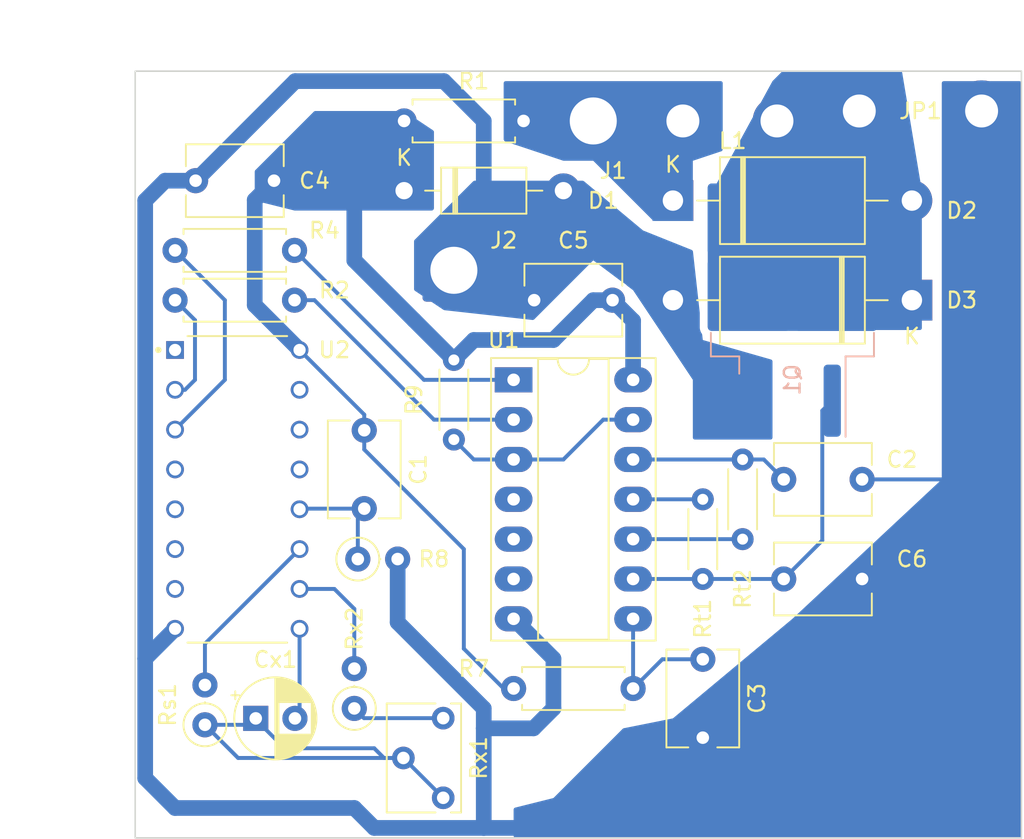
<source format=kicad_pcb>
(kicad_pcb (version 20221018) (generator pcbnew)
  (layers (0 "F.Cu" signal) (31 "B.Cu" signal) (34 "B.Paste" user) (35 "F.Paste" user) (36 "B.SilkS" user "B.Silkscreen") (37 "F.SilkS" user "F.Silkscreen") (38 "B.Mask" user) (39 "F.Mask" user) (44 "Edge.Cuts" user))
  (net 0 "")
  (net 1 "GND")
  (net 2 "VCC")
  (net 3 "/COUNTER_RESET")
  (net 4 "/TRIGGER_SET")
  (net 5 "/TRIGGER_RESET")
  (net 6 "Net-(Cx1-Pad1)")
  (net 7 "Net-(U2-(PHI)O)")
  (net 8 "+BATT")
  (net 9 "Net-(D2-A2)")
  (net 10 "Net-(U2-Q13)")
  (net 11 "Net-(R2-Pad2)")
  (net 12 "Net-(U2-Q14)")
  (net 13 "Net-(R4-Pad2)")
  (net 14 "/TRIGGER_OUT")
  (net 15 "Net-(U2-(PHI)I)")
  (net 16 "Net-(U2-~{(PHI})O~{})")
  (net 17 "Net-(C2-Pad1)")
  (net 29 "Net-(Rt1-Pad2)")
  (net 30 "Net-(Rt2-Pad2)")
  (net 31 "Net-(Rx1-Pad3)")
  (footprint "Capacitor_THT:C_Disc_D6.0mm_W4.4mm_P5.00mm" (layer "F.Cu") (at 104.775 70.525 -90)
    (fp_text reference "C1" (at 2.5 -3.45 90) (layer "F.SilkS"))
    (fp_text value "22nF")
    (fp_line (start -0.62 -2.321) (end -0.62 -0.925) (stroke (width 0.12)) (layer "F.SilkS"))
    (fp_line (start -0.62 -2.321) (end 5.62 -2.321) (stroke (width 0.12)) (layer "F.SilkS"))
    (fp_line (start -0.62 0.925) (end -0.62 2.321) (stroke (width 0.12)) (layer "F.SilkS"))
    (fp_line (start -0.62 2.321) (end 5.62 2.321) (stroke (width 0.12)) (layer "F.SilkS"))
    (fp_line (start 5.62 -2.321) (end 5.62 -0.925) (stroke (width 0.12)) (layer "F.SilkS"))
    (fp_line (start 5.62 0.925) (end 5.62 2.321) (stroke (width 0.12)) (layer "F.SilkS"))
    (pad "1" thru_hole circle (at 0 0 270) (size 1.6 1.6) (drill 0.8) (layers "*.Cu" "*.Mask") (net 2 "VCC"))
    (pad "2" thru_hole circle (at 5 0 270) (size 1.6 1.6) (drill 0.8) (layers "*.Cu" "*.Mask") (net 3 "/COUNTER_RESET"))
  )
  (footprint "Resistor_THT:R_Axial_DIN0204_L3.6mm_D1.6mm_P5.08mm_Horizontal" (layer "F.Cu") (at 110.49 66.04 -90)
    (fp_text reference "R9" (at 2.54 2.54 90) (layer "F.SilkS"))
    (fp_text value "5.1k")
    (fp_line (start 0.62 -0.92) (end 4.46 -0.92) (stroke (width 0.12)) (layer "F.SilkS"))
    (fp_line (start 0.62 0.92) (end 4.46 0.92) (stroke (width 0.12)) (layer "F.SilkS"))
    (pad "1" thru_hole circle (at 0 0 270) (size 1.4 1.4) (drill 0.7) (layers "*.Cu" "*.Mask") (net 2 "VCC"))
    (pad "2" thru_hole oval (at 5.08 0 270) (size 1.4 1.4) (drill 0.7) (layers "*.Cu" "*.Mask") (net 4 "/TRIGGER_SET"))
  )
  (footprint "Capacitor_THT:C_Disc_D6.0mm_W4.4mm_P5.00mm" (layer "F.Cu") (at 131.525 73.66)
    (fp_text reference "C2" (at 7.54 -1.27) (layer "F.SilkS"))
    (fp_text value "22nF")
    (fp_line (start -0.62 -2.321) (end -0.62 -0.925) (stroke (width 0.12)) (layer "F.SilkS"))
    (fp_line (start -0.62 -2.321) (end 5.62 -2.321) (stroke (width 0.12)) (layer "F.SilkS"))
    (fp_line (start -0.62 0.925) (end -0.62 2.321) (stroke (width 0.12)) (layer "F.SilkS"))
    (fp_line (start -0.62 2.321) (end 5.62 2.321) (stroke (width 0.12)) (layer "F.SilkS"))
    (fp_line (start 5.62 -2.321) (end 5.62 -0.925) (stroke (width 0.12)) (layer "F.SilkS"))
    (fp_line (start 5.62 0.925) (end 5.62 2.321) (stroke (width 0.12)) (layer "F.SilkS"))
    (pad "1" thru_hole circle (at 0 0) (size 1.6 1.6) (drill 0.8) (layers "*.Cu" "*.Mask") (net 17 "Net-(C2-Pad1)"))
    (pad "2" thru_hole circle (at 5 0) (size 1.6 1.6) (drill 0.8) (layers "*.Cu" "*.Mask") (net 1 "GND"))
  )
  (footprint "Potentiometer_THT:Potentiometer_Bourns_3266W_Vertical" (layer "F.Cu") (at 109.81 93.965 -90)
    (fp_text reference "Rx1" (at -2.54 -2.27 -270) (layer "F.SilkS"))
    (fp_text value "5k")
    (fp_line (start -6.015 -1.14) (end -6.015 -0.495) (stroke (width 0.12)) (layer "F.SilkS"))
    (fp_line (start -6.015 -1.14) (end 0.935 -1.14) (stroke (width 0.12)) (layer "F.SilkS"))
    (fp_line (start -6.015 0.495) (end -6.015 3.6) (stroke (width 0.12)) (layer "F.SilkS"))
    (fp_line (start -6.015 3.6) (end 0.935 3.6) (stroke (width 0.12)) (layer "F.SilkS"))
    (fp_line (start 0.935 -1.14) (end 0.935 -0.495) (stroke (width 0.12)) (layer "F.SilkS"))
    (fp_line (start 0.935 0.495) (end 0.935 3.6) (stroke (width 0.12)) (layer "F.SilkS"))
    (pad "1" thru_hole circle (at 0 0 270) (size 1.44 1.44) (drill 0.8) (layers "*.Cu" "*.Mask") (net 6 "Net-(Cx1-Pad1)"))
    (pad "2" thru_hole circle (at -2.54 2.54 270) (size 1.44 1.44) (drill 0.8) (layers "*.Cu" "*.Mask") (net 6 "Net-(Cx1-Pad1)"))
    (pad "3" thru_hole circle (at -5.08 0 270) (size 1.44 1.44) (drill 0.8) (layers "*.Cu" "*.Mask") (net 31 "Net-(Rx1-Pad3)"))
  )
  (footprint "Connector_Wire:SolderWire-2.5sqmm_1x01_D2.4mm_OD3.6mm" (layer "F.Cu") (at 119.38 50.8)
    (fp_text reference "J1" (at 1.27 3.175) (layer "F.SilkS"))
    (fp_text value "~")
    (pad "1" thru_hole roundrect (at 0 0) (size 4 4) (drill 3) (layers "*.Cu" "*.Mask") (roundrect_rratio 0.0625) (net 8 "+BATT"))
  )
  (footprint "Resistor_THT:R_Axial_DIN0207_L6.3mm_D2.5mm_P7.62mm_Horizontal" (layer "F.Cu") (at 114.3 86.995)
    (fp_text reference "R7" (at -2.54 -1.27) (layer "F.SilkS"))
    (fp_text value "5.1k")
    (fp_line (start 0.54 -1.37) (end 7.08 -1.37) (stroke (width 0.12)) (layer "F.SilkS"))
    (fp_line (start 0.54 -1.04) (end 0.54 -1.37) (stroke (width 0.12)) (layer "F.SilkS"))
    (fp_line (start 0.54 1.04) (end 0.54 1.37) (stroke (width 0.12)) (layer "F.SilkS"))
    (fp_line (start 0.54 1.37) (end 7.08 1.37) (stroke (width 0.12)) (layer "F.SilkS"))
    (fp_line (start 7.08 -1.37) (end 7.08 -1.04) (stroke (width 0.12)) (layer "F.SilkS"))
    (fp_line (start 7.08 1.37) (end 7.08 1.04) (stroke (width 0.12)) (layer "F.SilkS"))
    (pad "1" thru_hole circle (at 0 0) (size 1.6 1.6) (drill 0.8) (layers "*.Cu" "*.Mask") (net 2 "VCC"))
    (pad "2" thru_hole oval (at 7.62 0) (size 1.6 1.6) (drill 0.8) (layers "*.Cu" "*.Mask") (net 5 "/TRIGGER_RESET"))
  )
  (footprint "LIB:DIP794W45P254L1969H508Q16" (layer "F.Cu") (at 96.68 74.295)
    (fp_text reference "U2" (at 6.19 -8.89) (layer "F.SilkS"))
    (fp_text value "CD4060BE")
    (fp_line (start -3.175 -9.775) (end 3.175 -9.775) (stroke (width 0.127)) (layer "F.SilkS"))
    (fp_line (start -3.175 9.775) (end 3.175 9.775) (stroke (width 0.127)) (layer "F.SilkS"))
    (fp_circle (center -5.035 -8.89) (end -4.935 -8.89) (stroke (width 0.2)) (fill none) (layer "F.SilkS"))
    (pad "1" thru_hole rect (at -3.97 -8.89) (size 1.13 1.13) (drill 0.78) (layers "*.Cu" "*.Mask"))
    (pad "2" thru_hole circle (at -3.97 -6.35) (size 1.13 1.13) (drill 0.78) (layers "*.Cu" "*.Mask") (net 10 "Net-(U2-Q13)"))
    (pad "3" thru_hole circle (at -3.97 -3.81) (size 1.13 1.13) (drill 0.78) (layers "*.Cu" "*.Mask") (net 12 "Net-(U2-Q14)"))
    (pad "4" thru_hole circle (at -3.97 -1.27) (size 1.13 1.13) (drill 0.78) (layers "*.Cu" "*.Mask"))
    (pad "5" thru_hole circle (at -3.97 1.27) (size 1.13 1.13) (drill 0.78) (layers "*.Cu" "*.Mask"))
    (pad "6" thru_hole circle (at -3.97 3.81) (size 1.13 1.13) (drill 0.78) (layers "*.Cu" "*.Mask"))
    (pad "7" thru_hole circle (at -3.97 6.35) (size 1.13 1.13) (drill 0.78) (layers "*.Cu" "*.Mask"))
    (pad "8" thru_hole circle (at -3.97 8.89) (size 1.13 1.13) (drill 0.78) (layers "*.Cu" "*.Mask") (net 1 "GND"))
    (pad "9" thru_hole circle (at 3.97 8.89) (size 1.13 1.13) (drill 0.78) (layers "*.Cu" "*.Mask") (net 7 "Net-(U2-(PHI)O)"))
    (pad "10" thru_hole circle (at 3.97 6.35) (size 1.13 1.13) (drill 0.78) (layers "*.Cu" "*.Mask") (net 16 "Net-(U2-~{(PHI})O~{})"))
    (pad "11" thru_hole circle (at 3.97 3.81) (size 1.13 1.13) (drill 0.78) (layers "*.Cu" "*.Mask") (net 15 "Net-(U2-(PHI)I)"))
    (pad "12" thru_hole circle (at 3.97 1.27) (size 1.13 1.13) (drill 0.78) (layers "*.Cu" "*.Mask") (net 3 "/COUNTER_RESET"))
    (pad "13" thru_hole circle (at 3.97 -1.27) (size 1.13 1.13) (drill 0.78) (layers "*.Cu" "*.Mask"))
    (pad "14" thru_hole circle (at 3.97 -3.81) (size 1.13 1.13) (drill 0.78) (layers "*.Cu" "*.Mask"))
    (pad "15" thru_hole circle (at 3.97 -6.35) (size 1.13 1.13) (drill 0.78) (layers "*.Cu" "*.Mask"))
    (pad "16" thru_hole circle (at 3.97 -8.89) (size 1.13 1.13) (drill 0.78) (layers "*.Cu" "*.Mask") (net 2 "VCC"))
  )
  (footprint "Resistor_THT:R_Axial_DIN0204_L3.6mm_D1.6mm_P5.08mm_Horizontal" (layer "F.Cu") (at 126.365 80.01 90)
    (fp_text reference "Rt1" (at -2.54 0 90) (layer "F.SilkS"))
    (fp_text value "5.1k")
    (fp_line (start 0.62 -0.92) (end 4.46 -0.92) (stroke (width 0.12)) (layer "F.SilkS"))
    (fp_line (start 0.62 0.92) (end 4.46 0.92) (stroke (width 0.12)) (layer "F.SilkS"))
    (pad "1" thru_hole circle (at 0 0 90) (size 1.4 1.4) (drill 0.7) (layers "*.Cu" "*.Mask") (net 14 "/TRIGGER_OUT"))
    (pad "2" thru_hole oval (at 5.08 0 90) (size 1.4 1.4) (drill 0.7) (layers "*.Cu" "*.Mask") (net 29 "Net-(Rt1-Pad2)"))
  )
  (footprint "Capacitor_THT:C_Disc_D6.0mm_W4.4mm_P5.00mm" (layer "F.Cu") (at 131.525 80.01)
    (fp_text reference "C6" (at 8.175 -1.27) (layer "F.SilkS"))
    (fp_text value "22nF")
    (fp_line (start -0.62 -2.321) (end -0.62 -0.925) (stroke (width 0.12)) (layer "F.SilkS"))
    (fp_line (start -0.62 -2.321) (end 5.62 -2.321) (stroke (width 0.12)) (layer "F.SilkS"))
    (fp_line (start -0.62 0.925) (end -0.62 2.321) (stroke (width 0.12)) (layer "F.SilkS"))
    (fp_line (start -0.62 2.321) (end 5.62 2.321) (stroke (width 0.12)) (layer "F.SilkS"))
    (fp_line (start 5.62 -2.321) (end 5.62 -0.925) (stroke (width 0.12)) (layer "F.SilkS"))
    (fp_line (start 5.62 0.925) (end 5.62 2.321) (stroke (width 0.12)) (layer "F.SilkS"))
    (pad "1" thru_hole circle (at 0 0) (size 1.6 1.6) (drill 0.8) (layers "*.Cu" "*.Mask") (net 14 "/TRIGGER_OUT"))
    (pad "2" thru_hole circle (at 5 0) (size 1.6 1.6) (drill 0.8) (layers "*.Cu" "*.Mask") (net 1 "GND"))
  )
  (footprint "Resistor_THT:R_Axial_DIN0207_L6.3mm_D2.5mm_P7.62mm_Horizontal" (layer "F.Cu") (at 92.71 62.23)
    (fp_text reference "R2" (at 10.16 -0.635) (layer "F.SilkS"))
    (fp_text value "51k")
    (fp_line (start 0.54 -1.37) (end 7.08 -1.37) (stroke (width 0.12)) (layer "F.SilkS"))
    (fp_line (start 0.54 -1.04) (end 0.54 -1.37) (stroke (width 0.12)) (layer "F.SilkS"))
    (fp_line (start 0.54 1.04) (end 0.54 1.37) (stroke (width 0.12)) (layer "F.SilkS"))
    (fp_line (start 0.54 1.37) (end 7.08 1.37) (stroke (width 0.12)) (layer "F.SilkS"))
    (fp_line (start 7.08 -1.37) (end 7.08 -1.04) (stroke (width 0.12)) (layer "F.SilkS"))
    (fp_line (start 7.08 1.37) (end 7.08 1.04) (stroke (width 0.12)) (layer "F.SilkS"))
    (pad "1" thru_hole circle (at 0 0) (size 1.6 1.6) (drill 0.8) (layers "*.Cu" "*.Mask") (net 10 "Net-(U2-Q13)"))
    (pad "2" thru_hole oval (at 7.62 0) (size 1.6 1.6) (drill 0.8) (layers "*.Cu" "*.Mask") (net 11 "Net-(R2-Pad2)"))
  )
  (footprint "Capacitor_THT:C_Disc_D6.0mm_W4.4mm_P5.00mm" (layer "F.Cu") (at 120.61 62.23 180)
    (fp_text reference "C5" (at 2.5 3.81) (layer "F.SilkS"))
    (fp_text value "0.1u")
    (fp_line (start -0.62 -2.321) (end -0.62 -0.925) (stroke (width 0.12)) (layer "F.SilkS"))
    (fp_line (start -0.62 -2.321) (end 5.62 -2.321) (stroke (width 0.12)) (layer "F.SilkS"))
    (fp_line (start -0.62 0.925) (end -0.62 2.321) (stroke (width 0.12)) (layer "F.SilkS"))
    (fp_line (start -0.62 2.321) (end 5.62 2.321) (stroke (width 0.12)) (layer "F.SilkS"))
    (fp_line (start 5.62 -2.321) (end 5.62 -0.925) (stroke (width 0.12)) (layer "F.SilkS"))
    (fp_line (start 5.62 0.925) (end 5.62 2.321) (stroke (width 0.12)) (layer "F.SilkS"))
    (pad "1" thru_hole circle (at 0 0 180) (size 1.6 1.6) (drill 0.8) (layers "*.Cu" "*.Mask") (net 2 "VCC"))
    (pad "2" thru_hole circle (at 5 0 180) (size 1.6 1.6) (drill 0.8) (layers "*.Cu" "*.Mask") (net 1 "GND"))
  )
  (footprint "Resistor_THT:R_Axial_DIN0207_L6.3mm_D2.5mm_P2.54mm_Vertical" (layer "F.Cu") (at 94.615 89.310001 90)
    (fp_text reference "Rs1" (at 1.27 -2.37 90) (layer "F.SilkS"))
    (fp_text value "(2..10) * Rx")
    (fp_line (start 1.37 0) (end 1.44 0) (stroke (width 0.12)) (layer "F.SilkS"))
    (fp_circle (center 0 0) (end 1.37 0) (stroke (width 0.12)) (fill none) (layer "F.SilkS"))
    (pad "1" thru_hole circle (at 0 0 90) (size 1.6 1.6) (drill 0.8) (layers "*.Cu" "*.Mask") (net 6 "Net-(Cx1-Pad1)"))
    (pad "2" thru_hole oval (at 2.54 0 90) (size 1.6 1.6) (drill 0.8) (layers "*.Cu" "*.Mask") (net 15 "Net-(U2-(PHI)I)"))
  )
  (footprint "Diode_THT:D_DO-201AE_P15.24mm_Horizontal" (layer "F.Cu") (at 139.7 62.23 180)
    (fp_text reference "D3" (at -3.175 0) (layer "F.SilkS"))
    (fp_text value "1.5KExxA")
    (fp_text user "K" (at 0 -2.3) (layer "F.SilkS"))
    (fp_line (start 1.54 0) (end 3 0) (stroke (width 0.12)) (layer "F.SilkS"))
    (fp_line (start 3 -2.77) (end 3 2.77) (stroke (width 0.12)) (layer "F.SilkS"))
    (fp_line (start 3 2.77) (end 12.24 2.77) (stroke (width 0.12)) (layer "F.SilkS"))
    (fp_line (start 4.35 -2.77) (end 4.35 2.77) (stroke (width 0.12)) (layer "F.SilkS"))
    (fp_line (start 4.47 -2.77) (end 4.47 2.77) (stroke (width 0.12)) (layer "F.SilkS"))
    (fp_line (start 4.59 -2.77) (end 4.59 2.77) (stroke (width 0.12)) (layer "F.SilkS"))
    (fp_line (start 12.24 -2.77) (end 3 -2.77) (stroke (width 0.12)) (layer "F.SilkS"))
    (fp_line (start 12.24 2.77) (end 12.24 -2.77) (stroke (width 0.12)) (layer "F.SilkS"))
    (fp_line (start 13.7 0) (end 12.24 0) (stroke (width 0.12)) (layer "F.SilkS"))
    (pad "1" thru_hole rect (at 0 0 180) (size 2.6 2.6) (drill 1.3) (layers "*.Cu" "*.Mask") (net 9 "Net-(D2-A2)"))
    (pad "2" thru_hole oval (at 15.24 0 180) (size 2.6 2.6) (drill 1.3) (layers "*.Cu" "*.Mask") (net 1 "GND"))
  )
  (footprint "Resistor_THT:R_Axial_DIN0207_L6.3mm_D2.5mm_P7.62mm_Horizontal" (layer "F.Cu") (at 114.935 50.8 180)
    (fp_text reference "R1" (at 3.175 2.54) (layer "F.SilkS"))
    (fp_text value "150, 0.25W")
    (fp_line (start 0.54 -1.37) (end 7.08 -1.37) (stroke (width 0.12)) (layer "F.SilkS"))
    (fp_line (start 0.54 -1.04) (end 0.54 -1.37) (stroke (width 0.12)) (layer "F.SilkS"))
    (fp_line (start 0.54 1.04) (end 0.54 1.37) (stroke (width 0.12)) (layer "F.SilkS"))
    (fp_line (start 0.54 1.37) (end 7.08 1.37) (stroke (width 0.12)) (layer "F.SilkS"))
    (fp_line (start 7.08 -1.37) (end 7.08 -1.04) (stroke (width 0.12)) (layer "F.SilkS"))
    (fp_line (start 7.08 1.37) (end 7.08 1.04) (stroke (width 0.12)) (layer "F.SilkS"))
    (pad "1" thru_hole circle (at 0 0 180) (size 1.6 1.6) (drill 0.8) (layers "*.Cu" "*.Mask") (net 8 "+BATT"))
    (pad "2" thru_hole oval (at 7.62 0 180) (size 1.6 1.6) (drill 0.8) (layers "*.Cu" "*.Mask") (net 2 "VCC"))
  )
  (footprint "Diode_THT:D_DO-41_SOD81_P10.16mm_Horizontal" (layer "F.Cu") (at 107.315 55.245)
    (fp_text reference "D1" (at 12.7 0.635) (layer "F.SilkS"))
    (fp_text value "1N4740A")
    (fp_text user "K" (at 0 -2.1) (layer "F.SilkS"))
    (fp_line (start 1.34 0) (end 2.36 0) (stroke (width 0.12)) (layer "F.SilkS"))
    (fp_line (start 2.36 -1.47) (end 2.36 1.47) (stroke (width 0.12)) (layer "F.SilkS"))
    (fp_line (start 2.36 1.47) (end 7.8 1.47) (stroke (width 0.12)) (layer "F.SilkS"))
    (fp_line (start 3.14 -1.47) (end 3.14 1.47) (stroke (width 0.12)) (layer "F.SilkS"))
    (fp_line (start 3.26 -1.47) (end 3.26 1.47) (stroke (width 0.12)) (layer "F.SilkS"))
    (fp_line (start 3.38 -1.47) (end 3.38 1.47) (stroke (width 0.12)) (layer "F.SilkS"))
    (fp_line (start 7.8 -1.47) (end 2.36 -1.47) (stroke (width 0.12)) (layer "F.SilkS"))
    (fp_line (start 7.8 1.47) (end 7.8 -1.47) (stroke (width 0.12)) (layer "F.SilkS"))
    (fp_line (start 8.82 0) (end 7.8 0) (stroke (width 0.12)) (layer "F.SilkS"))
    (pad "1" thru_hole rect (at 0 0) (size 2.2 2.2) (drill 1.1) (layers "*.Cu" "*.Mask") (net 2 "VCC"))
    (pad "2" thru_hole oval (at 10.16 0) (size 2.2 2.2) (drill 1.1) (layers "*.Cu" "*.Mask") (net 1 "GND"))
  )
  (footprint "Capacitor_THT:CP_Radial_D5.0mm_P2.50mm" (layer "F.Cu") (at 97.854888 88.9)
    (fp_text reference "Cx1" (at 1.25 -3.75) (layer "F.SilkS"))
    (fp_text value "11nF")
    (fp_line (start -1.554775 -1.475) (end -1.054775 -1.475) (stroke (width 0.12)) (layer "F.SilkS"))
    (fp_line (start -1.304775 -1.725) (end -1.304775 -1.225) (stroke (width 0.12)) (layer "F.SilkS"))
    (fp_line (start 1.25 -2.58) (end 1.25 2.58) (stroke (width 0.12)) (layer "F.SilkS"))
    (fp_line (start 1.29 -2.58) (end 1.29 2.58) (stroke (width 0.12)) (layer "F.SilkS"))
    (fp_line (start 1.33 -2.579) (end 1.33 2.579) (stroke (width 0.12)) (layer "F.SilkS"))
    (fp_line (start 1.37 -2.578) (end 1.37 2.578) (stroke (width 0.12)) (layer "F.SilkS"))
    (fp_line (start 1.41 -2.576) (end 1.41 2.576) (stroke (width 0.12)) (layer "F.SilkS"))
    (fp_line (start 1.45 -2.573) (end 1.45 2.573) (stroke (width 0.12)) (layer "F.SilkS"))
    (fp_line (start 1.49 -2.569) (end 1.49 -1.04) (stroke (width 0.12)) (layer "F.SilkS"))
    (fp_line (start 1.49 1.04) (end 1.49 2.569) (stroke (width 0.12)) (layer "F.SilkS"))
    (fp_line (start 1.53 -2.565) (end 1.53 -1.04) (stroke (width 0.12)) (layer "F.SilkS"))
    (fp_line (start 1.53 1.04) (end 1.53 2.565) (stroke (width 0.12)) (layer "F.SilkS"))
    (fp_line (start 1.57 -2.561) (end 1.57 -1.04) (stroke (width 0.12)) (layer "F.SilkS"))
    (fp_line (start 1.57 1.04) (end 1.57 2.561) (stroke (width 0.12)) (layer "F.SilkS"))
    (fp_line (start 1.61 -2.556) (end 1.61 -1.04) (stroke (width 0.12)) (layer "F.SilkS"))
    (fp_line (start 1.61 1.04) (end 1.61 2.556) (stroke (width 0.12)) (layer "F.SilkS"))
    (fp_line (start 1.65 -2.55) (end 1.65 -1.04) (stroke (width 0.12)) (layer "F.SilkS"))
    (fp_line (start 1.65 1.04) (end 1.65 2.55) (stroke (width 0.12)) (layer "F.SilkS"))
    (fp_line (start 1.69 -2.543) (end 1.69 -1.04) (stroke (width 0.12)) (layer "F.SilkS"))
    (fp_line (start 1.69 1.04) (end 1.69 2.543) (stroke (width 0.12)) (layer "F.SilkS"))
    (fp_line (start 1.73 -2.536) (end 1.73 -1.04) (stroke (width 0.12)) (layer "F.SilkS"))
    (fp_line (start 1.73 1.04) (end 1.73 2.536) (stroke (width 0.12)) (layer "F.SilkS"))
    (fp_line (start 1.77 -2.528) (end 1.77 -1.04) (stroke (width 0.12)) (layer "F.SilkS"))
    (fp_line (start 1.77 1.04) (end 1.77 2.528) (stroke (width 0.12)) (layer "F.SilkS"))
    (fp_line (start 1.81 -2.52) (end 1.81 -1.04) (stroke (width 0.12)) (layer "F.SilkS"))
    (fp_line (start 1.81 1.04) (end 1.81 2.52) (stroke (width 0.12)) (layer "F.SilkS"))
    (fp_line (start 1.85 -2.511) (end 1.85 -1.04) (stroke (width 0.12)) (layer "F.SilkS"))
    (fp_line (start 1.85 1.04) (end 1.85 2.511) (stroke (width 0.12)) (layer "F.SilkS"))
    (fp_line (start 1.89 -2.501) (end 1.89 -1.04) (stroke (width 0.12)) (layer "F.SilkS"))
    (fp_line (start 1.89 1.04) (end 1.89 2.501) (stroke (width 0.12)) (layer "F.SilkS"))
    (fp_line (start 1.93 -2.491) (end 1.93 -1.04) (stroke (width 0.12)) (layer "F.SilkS"))
    (fp_line (start 1.93 1.04) (end 1.93 2.491) (stroke (width 0.12)) (layer "F.SilkS"))
    (fp_line (start 1.971 -2.48) (end 1.971 -1.04) (stroke (width 0.12)) (layer "F.SilkS"))
    (fp_line (start 1.971 1.04) (end 1.971 2.48) (stroke (width 0.12)) (layer "F.SilkS"))
    (fp_line (start 2.011 -2.468) (end 2.011 -1.04) (stroke (width 0.12)) (layer "F.SilkS"))
    (fp_line (start 2.011 1.04) (end 2.011 2.468) (stroke (width 0.12)) (layer "F.SilkS"))
    (fp_line (start 2.051 -2.455) (end 2.051 -1.04) (stroke (width 0.12)) (layer "F.SilkS"))
    (fp_line (start 2.051 1.04) (end 2.051 2.455) (stroke (width 0.12)) (layer "F.SilkS"))
    (fp_line (start 2.091 -2.442) (end 2.091 -1.04) (stroke (width 0.12)) (layer "F.SilkS"))
    (fp_line (start 2.091 1.04) (end 2.091 2.442) (stroke (width 0.12)) (layer "F.SilkS"))
    (fp_line (start 2.131 -2.428) (end 2.131 -1.04) (stroke (width 0.12)) (layer "F.SilkS"))
    (fp_line (start 2.131 1.04) (end 2.131 2.428) (stroke (width 0.12)) (layer "F.SilkS"))
    (fp_line (start 2.171 -2.414) (end 2.171 -1.04) (stroke (width 0.12)) (layer "F.SilkS"))
    (fp_line (start 2.171 1.04) (end 2.171 2.414) (stroke (width 0.12)) (layer "F.SilkS"))
    (fp_line (start 2.211 -2.398) (end 2.211 -1.04) (stroke (width 0.12)) (layer "F.SilkS"))
    (fp_line (start 2.211 1.04) (end 2.211 2.398) (stroke (width 0.12)) (layer "F.SilkS"))
    (fp_line (start 2.251 -2.382) (end 2.251 -1.04) (stroke (width 0.12)) (layer "F.SilkS"))
    (fp_line (start 2.251 1.04) (end 2.251 2.382) (stroke (width 0.12)) (layer "F.SilkS"))
    (fp_line (start 2.291 -2.365) (end 2.291 -1.04) (stroke (width 0.12)) (layer "F.SilkS"))
    (fp_line (start 2.291 1.04) (end 2.291 2.365) (stroke (width 0.12)) (layer "F.SilkS"))
    (fp_line (start 2.331 -2.348) (end 2.331 -1.04) (stroke (width 0.12)) (layer "F.SilkS"))
    (fp_line (start 2.331 1.04) (end 2.331 2.348) (stroke (width 0.12)) (layer "F.SilkS"))
    (fp_line (start 2.371 -2.329) (end 2.371 -1.04) (stroke (width 0.12)) (layer "F.SilkS"))
    (fp_line (start 2.371 1.04) (end 2.371 2.329) (stroke (width 0.12)) (layer "F.SilkS"))
    (fp_line (start 2.411 -2.31) (end 2.411 -1.04) (stroke (width 0.12)) (layer "F.SilkS"))
    (fp_line (start 2.411 1.04) (end 2.411 2.31) (stroke (width 0.12)) (layer "F.SilkS"))
    (fp_line (start 2.451 -2.29) (end 2.451 -1.04) (stroke (width 0.12)) (layer "F.SilkS"))
    (fp_line (start 2.451 1.04) (end 2.451 2.29) (stroke (width 0.12)) (layer "F.SilkS"))
    (fp_line (start 2.491 -2.268) (end 2.491 -1.04) (stroke (width 0.12)) (layer "F.SilkS"))
    (fp_line (start 2.491 1.04) (end 2.491 2.268) (stroke (width 0.12)) (layer "F.SilkS"))
    (fp_line (start 2.531 -2.247) (end 2.531 -1.04) (stroke (width 0.12)) (layer "F.SilkS"))
    (fp_line (start 2.531 1.04) (end 2.531 2.247) (stroke (width 0.12)) (layer "F.SilkS"))
    (fp_line (start 2.571 -2.224) (end 2.571 -1.04) (stroke (width 0.12)) (layer "F.SilkS"))
    (fp_line (start 2.571 1.04) (end 2.571 2.224) (stroke (width 0.12)) (layer "F.SilkS"))
    (fp_line (start 2.611 -2.2) (end 2.611 -1.04) (stroke (width 0.12)) (layer "F.SilkS"))
    (fp_line (start 2.611 1.04) (end 2.611 2.2) (stroke (width 0.12)) (layer "F.SilkS"))
    (fp_line (start 2.651 -2.175) (end 2.651 -1.04) (stroke (width 0.12)) (layer "F.SilkS"))
    (fp_line (start 2.651 1.04) (end 2.651 2.175) (stroke (width 0.12)) (layer "F.SilkS"))
    (fp_line (start 2.691 -2.149) (end 2.691 -1.04) (stroke (width 0.12)) (layer "F.SilkS"))
    (fp_line (start 2.691 1.04) (end 2.691 2.149) (stroke (width 0.12)) (layer "F.SilkS"))
    (fp_line (start 2.731 -2.122) (end 2.731 -1.04) (stroke (width 0.12)) (layer "F.SilkS"))
    (fp_line (start 2.731 1.04) (end 2.731 2.122) (stroke (width 0.12)) (layer "F.SilkS"))
    (fp_line (start 2.771 -2.095) (end 2.771 -1.04) (stroke (width 0.12)) (layer "F.SilkS"))
    (fp_line (start 2.771 1.04) (end 2.771 2.095) (stroke (width 0.12)) (layer "F.SilkS"))
    (fp_line (start 2.811 -2.065) (end 2.811 -1.04) (stroke (width 0.12)) (layer "F.SilkS"))
    (fp_line (start 2.811 1.04) (end 2.811 2.065) (stroke (width 0.12)) (layer "F.SilkS"))
    (fp_line (start 2.851 -2.035) (end 2.851 -1.04) (stroke (width 0.12)) (layer "F.SilkS"))
    (fp_line (start 2.851 1.04) (end 2.851 2.035) (stroke (width 0.12)) (layer "F.SilkS"))
    (fp_line (start 2.891 -2.004) (end 2.891 -1.04) (stroke (width 0.12)) (layer "F.SilkS"))
    (fp_line (start 2.891 1.04) (end 2.891 2.004) (stroke (width 0.12)) (layer "F.SilkS"))
    (fp_line (start 2.931 -1.971) (end 2.931 -1.04) (stroke (width 0.12)) (layer "F.SilkS"))
    (fp_line (start 2.931 1.04) (end 2.931 1.971) (stroke (width 0.12)) (layer "F.SilkS"))
    (fp_line (start 2.971 -1.937) (end 2.971 -1.04) (stroke (width 0.12)) (layer "F.SilkS"))
    (fp_line (start 2.971 1.04) (end 2.971 1.937) (stroke (width 0.12)) (layer "F.SilkS"))
    (fp_line (start 3.011 -1.901) (end 3.011 -1.04) (stroke (width 0.12)) (layer "F.SilkS"))
    (fp_line (start 3.011 1.04) (end 3.011 1.901) (stroke (width 0.12)) (layer "F.SilkS"))
    (fp_line (start 3.051 -1.864) (end 3.051 -1.04) (stroke (width 0.12)) (layer "F.SilkS"))
    (fp_line (start 3.051 1.04) (end 3.051 1.864) (stroke (width 0.12)) (layer "F.SilkS"))
    (fp_line (start 3.091 -1.826) (end 3.091 -1.04) (stroke (width 0.12)) (layer "F.SilkS"))
    (fp_line (start 3.091 1.04) (end 3.091 1.826) (stroke (width 0.12)) (layer "F.SilkS"))
    (fp_line (start 3.131 -1.785) (end 3.131 -1.04) (stroke (width 0.12)) (layer "F.SilkS"))
    (fp_line (start 3.131 1.04) (end 3.131 1.785) (stroke (width 0.12)) (layer "F.SilkS"))
    (fp_line (start 3.171 -1.743) (end 3.171 -1.04) (stroke (width 0.12)) (layer "F.SilkS"))
    (fp_line (start 3.171 1.04) (end 3.171 1.743) (stroke (width 0.12)) (layer "F.SilkS"))
    (fp_line (start 3.211 -1.699) (end 3.211 -1.04) (stroke (width 0.12)) (layer "F.SilkS"))
    (fp_line (start 3.211 1.04) (end 3.211 1.699) (stroke (width 0.12)) (layer "F.SilkS"))
    (fp_line (start 3.251 -1.653) (end 3.251 -1.04) (stroke (width 0.12)) (layer "F.SilkS"))
    (fp_line (start 3.251 1.04) (end 3.251 1.653) (stroke (width 0.12)) (layer "F.SilkS"))
    (fp_line (start 3.291 -1.605) (end 3.291 -1.04) (stroke (width 0.12)) (layer "F.SilkS"))
    (fp_line (start 3.291 1.04) (end 3.291 1.605) (stroke (width 0.12)) (layer "F.SilkS"))
    (fp_line (start 3.331 -1.554) (end 3.331 -1.04) (stroke (width 0.12)) (layer "F.SilkS"))
    (fp_line (start 3.331 1.04) (end 3.331 1.554) (stroke (width 0.12)) (layer "F.SilkS"))
    (fp_line (start 3.371 -1.5) (end 3.371 -1.04) (stroke (width 0.12)) (layer "F.SilkS"))
    (fp_line (start 3.371 1.04) (end 3.371 1.5) (stroke (width 0.12)) (layer "F.SilkS"))
    (fp_line (start 3.411 -1.443) (end 3.411 -1.04) (stroke (width 0.12)) (layer "F.SilkS"))
    (fp_line (start 3.411 1.04) (end 3.411 1.443) (stroke (width 0.12)) (layer "F.SilkS"))
    (fp_line (start 3.451 -1.383) (end 3.451 -1.04) (stroke (width 0.12)) (layer "F.SilkS"))
    (fp_line (start 3.451 1.04) (end 3.451 1.383) (stroke (width 0.12)) (layer "F.SilkS"))
    (fp_line (start 3.491 -1.319) (end 3.491 -1.04) (stroke (width 0.12)) (layer "F.SilkS"))
    (fp_line (start 3.491 1.04) (end 3.491 1.319) (stroke (width 0.12)) (layer "F.SilkS"))
    (fp_line (start 3.531 -1.251) (end 3.531 -1.04) (stroke (width 0.12)) (layer "F.SilkS"))
    (fp_line (start 3.531 1.04) (end 3.531 1.251) (stroke (width 0.12)) (layer "F.SilkS"))
    (fp_line (start 3.571 -1.178) (end 3.571 1.178) (stroke (width 0.12)) (layer "F.SilkS"))
    (fp_line (start 3.611 -1.098) (end 3.611 1.098) (stroke (width 0.12)) (layer "F.SilkS"))
    (fp_line (start 3.651 -1.011) (end 3.651 1.011) (stroke (width 0.12)) (layer "F.SilkS"))
    (fp_line (start 3.691 -0.915) (end 3.691 0.915) (stroke (width 0.12)) (layer "F.SilkS"))
    (fp_line (start 3.731 -0.805) (end 3.731 0.805) (stroke (width 0.12)) (layer "F.SilkS"))
    (fp_line (start 3.771 -0.677) (end 3.771 0.677) (stroke (width 0.12)) (layer "F.SilkS"))
    (fp_line (start 3.811 -0.518) (end 3.811 0.518) (stroke (width 0.12)) (layer "F.SilkS"))
    (fp_line (start 3.851 -0.284) (end 3.851 0.284) (stroke (width 0.12)) (layer "F.SilkS"))
    (fp_circle (center 1.25 0) (end 3.87 0) (stroke (width 0.12)) (fill none) (layer "F.SilkS"))
    (pad "1" thru_hole rect (at 0 0) (size 1.6 1.6) (drill 0.8) (layers "*.Cu" "*.Mask") (net 6 "Net-(Cx1-Pad1)"))
    (pad "2" thru_hole circle (at 2.5 0) (size 1.6 1.6) (drill 0.8) (layers "*.Cu" "*.Mask") (net 7 "Net-(U2-(PHI)O)"))
  )
  (footprint "Capacitor_THT:C_Disc_D6.0mm_W4.4mm_P5.00mm" (layer "F.Cu") (at 126.365 85.13 -90)
    (fp_text reference "C3" (at 2.5 -3.45 90) (layer "F.SilkS"))
    (fp_text value "22nF")
    (fp_line (start -0.62 -2.321) (end -0.62 -0.925) (stroke (width 0.12)) (layer "F.SilkS"))
    (fp_line (start -0.62 -2.321) (end 5.62 -2.321) (stroke (width 0.12)) (layer "F.SilkS"))
    (fp_line (start -0.62 0.925) (end -0.62 2.321) (stroke (width 0.12)) (layer "F.SilkS"))
    (fp_line (start -0.62 2.321) (end 5.62 2.321) (stroke (width 0.12)) (layer "F.SilkS"))
    (fp_line (start 5.62 -2.321) (end 5.62 -0.925) (stroke (width 0.12)) (layer "F.SilkS"))
    (fp_line (start 5.62 0.925) (end 5.62 2.321) (stroke (width 0.12)) (layer "F.SilkS"))
    (pad "1" thru_hole circle (at 0 0 270) (size 1.6 1.6) (drill 0.8) (layers "*.Cu" "*.Mask") (net 5 "/TRIGGER_RESET"))
    (pad "2" thru_hole circle (at 5 0 270) (size 1.6 1.6) (drill 0.8) (layers "*.Cu" "*.Mask") (net 1 "GND"))
  )
  (footprint "Resistor_THT:R_Axial_DIN0204_L3.6mm_D1.6mm_P5.08mm_Horizontal" (layer "F.Cu") (at 128.905 72.39 -90)
    (fp_text reference "Rt2" (at 8.255 0 90) (layer "F.SilkS"))
    (fp_text value "5.1k")
    (fp_line (start 0.62 -0.92) (end 4.46 -0.92) (stroke (width 0.12)) (layer "F.SilkS"))
    (fp_line (start 0.62 0.92) (end 4.46 0.92) (stroke (width 0.12)) (layer "F.SilkS"))
    (pad "1" thru_hole circle (at 0 0 270) (size 1.4 1.4) (drill 0.7) (layers "*.Cu" "*.Mask") (net 17 "Net-(C2-Pad1)"))
    (pad "2" thru_hole oval (at 5.08 0 270) (size 1.4 1.4) (drill 0.7) (layers "*.Cu" "*.Mask") (net 30 "Net-(Rt2-Pad2)"))
  )
  (footprint "Connector_Wire:SolderWire-1.5sqmm_1x02_P7.8mm_D1.7mm_OD3.9mm" (layer "F.Cu") (at 136.345 50.165)
    (fp_text reference "JP1" (at 3.9 0) (layer "F.SilkS"))
    (fp_text value "Jumper_2_Open")
    (pad "1" thru_hole roundrect (at 0 0) (size 3.9 3.9) (drill 2.1) (layers "*.Cu" "*.Mask") (roundrect_rratio 0.06410307692) (net 9 "Net-(D2-A2)"))
    (pad "2" thru_hole circle (at 7.8 0) (size 3.9 3.9) (drill 2.1) (layers "*.Cu" "*.Mask") (net 1 "GND"))
  )
  (footprint "Connector_Wire:SolderWire-1.5sqmm_1x02_P6mm_D1.7mm_OD3mm" (layer "F.Cu") (at 125.095 50.8)
    (fp_text reference "L1" (at 3.175 1.27) (layer "F.SilkS"))
    (fp_text value "12V Relay")
    (pad "1" thru_hole roundrect (at 0 0) (size 3.1 3.1) (drill 2.1) (layers "*.Cu" "*.Mask") (roundrect_rratio 0.08064483871) (net 8 "+BATT"))
    (pad "2" thru_hole circle (at 6 0) (size 3.1 3.1) (drill 2.1) (layers "*.Cu" "*.Mask") (net 9 "Net-(D2-A2)"))
  )
  (footprint "Capacitor_THT:C_Disc_D6.0mm_W4.4mm_P5.00mm" (layer "F.Cu") (at 99.02 54.61 180)
    (fp_text reference "C4" (at -2.58 0) (layer "F.SilkS"))
    (fp_text value "0.1u")
    (fp_line (start -0.62 -2.321) (end -0.62 -0.925) (stroke (width 0.12)) (layer "F.SilkS"))
    (fp_line (start -0.62 -2.321) (end 5.62 -2.321) (stroke (width 0.12)) (layer "F.SilkS"))
    (fp_line (start -0.62 0.925) (end -0.62 2.321) (stroke (width 0.12)) (layer "F.SilkS"))
    (fp_line (start -0.62 2.321) (end 5.62 2.321) (stroke (width 0.12)) (layer "F.SilkS"))
    (fp_line (start 5.62 -2.321) (end 5.62 -0.925) (stroke (width 0.12)) (layer "F.SilkS"))
    (fp_line (start 5.62 0.925) (end 5.62 2.321) (stroke (width 0.12)) (layer "F.SilkS"))
    (pad "1" thru_hole circle (at 0 0 180) (size 1.6 1.6) (drill 0.8) (layers "*.Cu" "*.Mask") (net 2 "VCC"))
    (pad "2" thru_hole circle (at 5 0 180) (size 1.6 1.6) (drill 0.8) (layers "*.Cu" "*.Mask") (net 1 "GND"))
  )
  (footprint "Resistor_THT:R_Axial_DIN0207_L6.3mm_D2.5mm_P2.54mm_Vertical" (layer "F.Cu") (at 104.14 88.265 90)
    (fp_text reference "Rx2" (at 5.08 0 90) (layer "F.SilkS"))
    (fp_text value "4.7k")
    (fp_line (start 1.37 0) (end 1.44 0) (stroke (width 0.12)) (layer "F.SilkS"))
    (fp_circle (center 0 0) (end 1.37 0) (stroke (width 0.12)) (fill none) (layer "F.SilkS"))
    (pad "1" thru_hole circle (at 0 0 90) (size 1.6 1.6) (drill 0.8) (layers "*.Cu" "*.Mask") (net 31 "Net-(Rx1-Pad3)"))
    (pad "2" thru_hole oval (at 2.54 0 90) (size 1.6 1.6) (drill 0.8) (layers "*.Cu" "*.Mask") (net 16 "Net-(U2-~{(PHI})O~{})"))
  )
  (footprint "Connector_Wire:SolderWire-2.5sqmm_1x01_D2.4mm_OD3.6mm" (layer "F.Cu") (at 110.49 60.325)
    (fp_text reference "J2" (at 3.175 -1.905) (layer "F.SilkS"))
    (fp_text value "~")
    (pad "1" thru_hole roundrect (at 0 0) (size 4 4) (drill 3) (layers "*.Cu" "*.Mask") (roundrect_rratio 0.0625) (net 1 "GND"))
  )
  (footprint "Package_DIP:DIP-14_W7.62mm_Socket_LongPads" (layer "F.Cu") (at 114.3 67.31)
    (fp_text reference "U1" (at -0.635 -2.54) (layer "F.SilkS"))
    (fp_text value "4011")
    (fp_line (start -1.44 -1.39) (end -1.44 16.63) (stroke (width 0.12)) (layer "F.SilkS"))
    (fp_line (start -1.44 16.63) (end 9.06 16.63) (stroke (width 0.12)) (layer "F.SilkS"))
    (fp_line (start 1.56 -1.33) (end 1.56 16.57) (stroke (width 0.12)) (layer "F.SilkS"))
    (fp_line (start 1.56 16.57) (end 6.06 16.57) (stroke (width 0.12)) (layer "F.SilkS"))
    (fp_line (start 2.81 -1.33) (end 1.56 -1.33) (stroke (width 0.12)) (layer "F.SilkS"))
    (fp_line (start 6.06 -1.33) (end 4.81 -1.33) (stroke (width 0.12)) (layer "F.SilkS"))
    (fp_line (start 6.06 16.57) (end 6.06 -1.33) (stroke (width 0.12)) (layer "F.SilkS"))
    (fp_line (start 9.06 -1.39) (end -1.44 -1.39) (stroke (width 0.12)) (layer "F.SilkS"))
    (fp_line (start 9.06 16.63) (end 9.06 -1.39) (stroke (width 0.12)) (layer "F.SilkS"))
    (fp_arc (start 4.81 -1.33) (mid 3.81 -0.33) (end 2.81 -1.33) (stroke (width 0.12)) (layer "F.SilkS"))
    (pad "1" thru_hole rect (at 0 0) (size 2.4 1.6) (drill 0.8) (layers "*.Cu" "*.Mask") (net 13 "Net-(R4-Pad2)"))
    (pad "2" thru_hole oval (at 0 2.54) (size 2.4 1.6) (drill 0.8) (layers "*.Cu" "*.Mask") (net 11 "Net-(R2-Pad2)"))
    (pad "3" thru_hole oval (at 0 5.08) (size 2.4 1.6) (drill 0.8) (layers "*.Cu" "*.Mask") (net 4 "/TRIGGER_SET"))
    (pad "4" thru_hole oval (at 0 7.62) (size 2.4 1.6) (drill 0.8) (layers "*.Cu" "*.Mask"))
    (pad "5" thru_hole oval (at 0 10.16) (size 2.4 1.6) (drill 0.8) (layers "*.Cu" "*.Mask"))
    (pad "6" thru_hole oval (at 0 12.7) (size 2.4 1.6) (drill 0.8) (layers "*.Cu" "*.Mask"))
    (pad "7" thru_hole oval (at 0 15.24) (size 2.4 1.6) (drill 0.8) (layers "*.Cu" "*.Mask") (net 1 "GND"))
    (pad "8" thru_hole oval (at 7.62 15.24) (size 2.4 1.6) (drill 0.8) (layers "*.Cu" "*.Mask") (net 5 "/TRIGGER_RESET"))
    (pad "9" thru_hole oval (at 7.62 12.7) (size 2.4 1.6) (drill 0.8) (layers "*.Cu" "*.Mask") (net 14 "/TRIGGER_OUT"))
    (pad "10" thru_hole oval (at 7.62 10.16) (size 2.4 1.6) (drill 0.8) (layers "*.Cu" "*.Mask") (net 30 "Net-(Rt2-Pad2)"))
    (pad "11" thru_hole oval (at 7.62 7.62) (size 2.4 1.6) (drill 0.8) (layers "*.Cu" "*.Mask") (net 29 "Net-(Rt1-Pad2)"))
    (pad "12" thru_hole oval (at 7.62 5.08) (size 2.4 1.6) (drill 0.8) (layers "*.Cu" "*.Mask") (net 17 "Net-(C2-Pad1)"))
    (pad "13" thru_hole oval (at 7.62 2.54) (size 2.4 1.6) (drill 0.8) (layers "*.Cu" "*.Mask") (net 4 "/TRIGGER_SET"))
    (pad "14" thru_hole oval (at 7.62 0) (size 2.4 1.6) (drill 0.8) (layers "*.Cu" "*.Mask") (net 2 "VCC"))
  )
  (footprint "Diode_THT:D_DO-201AE_P15.24mm_Horizontal" (layer "F.Cu") (at 124.46 55.88)
    (fp_text reference "D2" (at 18.415 0.635) (layer "F.SilkS"))
    (fp_text value "1.5KExxA")
    (fp_text user "K" (at 0 -2.3) (layer "F.SilkS"))
    (fp_line (start 1.54 0) (end 3 0) (stroke (width 0.12)) (layer "F.SilkS"))
    (fp_line (start 3 -2.77) (end 3 2.77) (stroke (width 0.12)) (layer "F.SilkS"))
    (fp_line (start 3 2.77) (end 12.24 2.77) (stroke (width 0.12)) (layer "F.SilkS"))
    (fp_line (start 4.35 -2.77) (end 4.35 2.77) (stroke (width 0.12)) (layer "F.SilkS"))
    (fp_line (start 4.47 -2.77) (end 4.47 2.77) (stroke (width 0.12)) (layer "F.SilkS"))
    (fp_line (start 4.59 -2.77) (end 4.59 2.77) (stroke (width 0.12)) (layer "F.SilkS"))
    (fp_line (start 12.24 -2.77) (end 3 -2.77) (stroke (width 0.12)) (layer "F.SilkS"))
    (fp_line (start 12.24 2.77) (end 12.24 -2.77) (stroke (width 0.12)) (layer "F.SilkS"))
    (fp_line (start 13.7 0) (end 12.24 0) (stroke (width 0.12)) (layer "F.SilkS"))
    (pad "1" thru_hole rect (at 0 0) (size 2.6 2.6) (drill 1.3) (layers "*.Cu" "*.Mask") (net 8 "+BATT"))
    (pad "2" thru_hole oval (at 15.24 0) (size 2.6 2.6) (drill 1.3) (layers "*.Cu" "*.Mask") (net 9 "Net-(D2-A2)"))
  )
  (footprint "Resistor_THT:R_Axial_DIN0207_L6.3mm_D2.5mm_P7.62mm_Horizontal" (layer "F.Cu") (at 92.71 59.055)
    (fp_text reference "R4" (at 9.525 -1.27) (layer "F.SilkS"))
    (fp_text value "51k")
    (fp_line (start 0.54 -1.37) (end 7.08 -1.37) (stroke (width 0.12)) (layer "F.SilkS"))
    (fp_line (start 0.54 -1.04) (end 0.54 -1.37) (stroke (width 0.12)) (layer "F.SilkS"))
    (fp_line (start 0.54 1.04) (end 0.54 1.37) (stroke (width 0.12)) (layer "F.SilkS"))
    (fp_line (start 0.54 1.37) (end 7.08 1.37) (stroke (width 0.12)) (layer "F.SilkS"))
    (fp_line (start 7.08 -1.37) (end 7.08 -1.04) (stroke (width 0.12)) (layer "F.SilkS"))
    (fp_line (start 7.08 1.37) (end 7.08 1.04) (stroke (width 0.12)) (layer "F.SilkS"))
    (pad "1" thru_hole circle (at 0 0) (size 1.6 1.6) (drill 0.8) (layers "*.Cu" "*.Mask") (net 12 "Net-(U2-Q14)"))
    (pad "2" thru_hole oval (at 7.62 0) (size 1.6 1.6) (drill 0.8) (layers "*.Cu" "*.Mask") (net 13 "Net-(R4-Pad2)"))
  )
  (footprint "Resistor_THT:R_Axial_DIN0207_L6.3mm_D2.5mm_P2.54mm_Vertical" (layer "F.Cu") (at 104.364999 78.74)
    (fp_text reference "R8" (at 4.855001 0) (layer "F.SilkS"))
    (fp_text value "5.1k")
    (fp_line (start 1.37 0) (end 1.44 0) (stroke (width 0.12)) (layer "F.SilkS"))
    (fp_circle (center 0 0) (end 1.37 0) (stroke (width 0.12)) (fill none) (layer "F.SilkS"))
    (pad "1" thru_hole circle (at 0 0) (size 1.6 1.6) (drill 0.8) (layers "*.Cu" "*.Mask") (net 3 "/COUNTER_RESET"))
    (pad "2" thru_hole oval (at 2.54 0) (size 1.6 1.6) (drill 0.8) (layers "*.Cu" "*.Mask") (net 1 "GND"))
  )
  (footprint "Package_TO_SOT_SMD:TO-263-2" (layer "B.Cu") (at 132.08 60.99 90)
    (fp_text reference "Q1" (at -6.32 0 90) (layer "B.SilkS") (effects (justify mirror)))
    (fp_text value "IRFB3004PbF")
    (fp_line (start -4.825 -5.2) (end -4.825 -3.39) (stroke (width 0.12)) (layer "B.SilkS"))
    (fp_line (start -4.825 -3.39) (end -5.925 -3.39) (stroke (width 0.12)) (layer "B.SilkS"))
    (fp_line (start -4.825 3.39) (end -9.95 3.39) (stroke (width 0.12)) (layer "B.SilkS"))
    (fp_line (start -4.825 5.2) (end -4.825 3.39) (stroke (width 0.12)) (layer "B.SilkS"))
    (fp_line (start -3.325 -5.2) (end -4.825 -5.2) (stroke (width 0.12)) (layer "B.SilkS"))
    (fp_line (start -3.325 5.2) (end -4.825 5.2) (stroke (width 0.12)) (layer "B.SilkS"))
    (pad "1" smd roundrect (at -7.65 2.54 90) (size 4.6 1.1) (layers "B.Cu" "B.Paste" "B.Mask") (roundrect_rratio 0.2272727273) (net 14 "/TRIGGER_OUT"))
    (pad "2" smd roundrect (at -0.925 -2.775 90) (size 4.55 5.25) (layers "B.Cu" "B.Paste") (roundrect_rratio 0.05494505495) (net 9 "Net-(D2-A2)"))
    (pad "2" smd roundrect (at -0.925 2.775 90) (size 4.55 5.25) (layers "B.Cu" "B.Paste") (roundrect_rratio 0.05494505495) (net 9 "Net-(D2-A2)"))
    (pad "2" smd roundrect (at 1.5 0 90) (size 9.4 10.8) (layers "B.Cu" "B.Mask") (roundrect_rratio 0.02659595745) (net 9 "Net-(D2-A2)"))
    (pad "2" smd roundrect (at 3.925 -2.775 90) (size 4.55 5.25) (layers "B.Cu" "B.Paste") (roundrect_rratio 0.05494505495) (net 9 "Net-(D2-A2)"))
    (pad "2" smd roundrect (at 3.925 2.775 90) (size 4.55 5.25) (layers "B.Cu" "B.Paste") (roundrect_rratio 0.05494505495) (net 9 "Net-(D2-A2)"))
    (pad "3" smd roundrect (at -7.65 -2.54 90) (size 4.6 1.1) (layers "B.Cu" "B.Paste" "B.Mask") (roundrect_rratio 0.2272727273) (net 1 "GND"))
  )
  (gr_rect (start 90.17 47.625) (end 146.685 96.52) (stroke (width 0.1)) (fill none) (layer "Edge.Cuts"))
  (segment (start 109.855 48.26) (end 112.395 50.8) (width 1) (layer "B.Cu") (net 1))
  (segment (start 92.71 94.615) (end 104.14 94.615) (width 1) (layer "B.Cu") (net 1))
  (segment (start 129.54 68.64) (end 129.098604 68.64) (width 0.25) (layer "B.Cu") (net 1))
  (segment (start 116.84 85.09) (end 116.84 88.265) (width 1) (layer "B.Cu") (net 1))
  (segment (start 104.14 94.615) (end 105.41 95.885) (width 1) (layer "B.Cu") (net 1))
  (segment (start 90.805 55.88) (end 92.075 54.61) (width 1) (layer "B.Cu") (net 1))
  (segment (start 90.805 92.71) (end 92.71 94.615) (width 1) (layer "B.Cu") (net 1))
  (segment (start 105.41 95.885) (end 112.395 95.885) (width 1) (layer "B.Cu") (net 1))
  (segment (start 116.84 88.265) (end 115.57 89.535) (width 1) (layer "B.Cu") (net 1))
  (segment (start 92.075 54.61) (end 94.02 54.61) (width 1) (layer "B.Cu") (net 1))
  (segment (start 90.805 85.09) (end 90.805 92.71) (width 1) (layer "B.Cu") (net 1))
  (segment (start 136.525 73.66) (end 142.24 73.66) (width 0.25) (layer "B.Cu") (net 1))
  (segment (start 100.37 48.26) (end 109.855 48.26) (width 1) (layer "B.Cu") (net 1))
  (segment (start 126.365 90.13) (end 126.365 89.97) (width 1) (layer "B.Cu") (net 1))
  (segment (start 94.02 54.61) (end 100.37 48.26) (width 1) (layer "B.Cu") (net 1))
  (segment (start 90.805 85.09) (end 90.805 55.88) (width 1) (layer "B.Cu") (net 1))
  (segment (start 114.3 82.55) (end 116.84 85.09) (width 1) (layer "B.Cu") (net 1))
  (segment (start 92.71 83.185) (end 90.805 85.09) (width 1) (layer "B.Cu") (net 1))
  (segment (start 112.395 62.23) (end 115.61 62.23) (width 0.25) (layer "B.Cu") (net 1))
  (segment (start 115.57 89.535) (end 112.395 89.535) (width 1) (layer "B.Cu") (net 1))
  (segment (start 112.395 88.265) (end 112.395 89.535) (width 1) (layer "B.Cu") (net 1))
  (segment (start 112.395 89.535) (end 112.395 95.885) (width 1) (layer "B.Cu") (net 1))
  (segment (start 110.49 60.325) (end 112.395 62.23) (width 0.25) (layer "B.Cu") (net 1))
  (segment (start 112.395 50.8) (end 112.395 55.88) (width 1) (layer "B.Cu") (net 1))
  (segment (start 112.395 95.885) (end 115.57 95.885) (width 1) (layer "B.Cu") (net 1))
  (segment (start 124.01 62.68) (end 124.46 62.23) (width 0.25) (layer "B.Cu") (net 1))
  (segment (start 106.904999 82.774999) (end 112.395 88.265) (width 1) (layer "B.Cu") (net 1))
  (segment (start 106.904999 78.74) (end 106.904999 82.774999) (width 1) (layer "B.Cu") (net 1))
  (segment (start 99.02 54.61) (end 97.79 55.84) (width 1) (layer "B.Cu") (net 2))
  (segment (start 97.79 55.84) (end 97.79 62.545) (width 1) (layer "B.Cu") (net 2))
  (segment (start 116.84 64.77) (end 119.38 62.23) (width 1) (layer "B.Cu") (net 2))
  (segment (start 121.92 67.31) (end 121.92 63.54) (width 1) (layer "B.Cu") (net 2))
  (segment (start 121.92 63.54) (end 120.61 62.23) (width 1) (layer "B.Cu") (net 2))
  (segment (start 99.02 54.61) (end 98.425 54.61) (width 0.25) (layer "B.Cu") (net 2))
  (segment (start 111.125 78.105) (end 111.125 84.455) (width 0.25) (layer "B.Cu") (net 2))
  (segment (start 110.49 66.04) (end 107.95 63.5) (width 1) (layer "B.Cu") (net 2))
  (segment (start 119.38 62.23) (end 120.61 62.23) (width 1) (layer "B.Cu") (net 2))
  (segment (start 104.775 71.755) (end 111.125 78.105) (width 0.25) (layer "B.Cu") (net 2))
  (segment (start 97.79 62.545) (end 100.65 65.405) (width 1) (layer "B.Cu") (net 2))
  (segment (start 106.68 54.61) (end 107.315 55.245) (width 0.25) (layer "B.Cu") (net 2))
  (segment (start 100.65 65.405) (end 104.775 69.53) (width 0.25) (layer "B.Cu") (net 2))
  (segment (start 113.665 86.995) (end 114.3 86.995) (width 0.25) (layer "B.Cu") (net 2))
  (segment (start 99.06 54.61) (end 99.02 54.61) (width 0.25) (layer "B.Cu") (net 2))
  (segment (start 107.95 63.5) (end 104.14 59.69) (width 1) (layer "B.Cu") (net 2))
  (segment (start 104.775 70.525) (end 104.775 71.755) (width 0.25) (layer "B.Cu") (net 2))
  (segment (start 110.49 66.04) (end 111.76 64.77) (width 1) (layer "B.Cu") (net 2))
  (segment (start 111.125 84.455) (end 113.665 86.995) (width 0.25) (layer "B.Cu") (net 2))
  (segment (start 104.14 59.69) (end 104.14 55.245) (width 1) (layer "B.Cu") (net 2))
  (segment (start 104.775 69.53) (end 104.775 70.525) (width 0.25) (layer "B.Cu") (net 2))
  (segment (start 111.76 64.77) (end 116.84 64.77) (width 1) (layer "B.Cu") (net 2))
  (segment (start 104.364999 78.74) (end 104.364999 75.935001) (width 0.25) (layer "B.Cu") (net 3))
  (segment (start 104.775 75.525) (end 100.69 75.525) (width 0.25) (layer "B.Cu") (net 3))
  (segment (start 100.69 75.525) (end 100.65 75.565) (width 0.25) (layer "B.Cu") (net 3))
  (segment (start 104.364999 75.935001) (end 104.775 75.525) (width 0.25) (layer "B.Cu") (net 3))
  (segment (start 114.3 72.39) (end 111.76 72.39) (width 0.25) (layer "B.Cu") (net 4))
  (segment (start 117.475 72.39) (end 114.3 72.39) (width 0.25) (layer "B.Cu") (net 4))
  (segment (start 111.76 72.39) (end 110.49 71.12) (width 0.25) (layer "B.Cu") (net 4))
  (segment (start 120.015 69.85) (end 117.475 72.39) (width 0.25) (layer "B.Cu") (net 4))
  (segment (start 121.92 69.85) (end 120.015 69.85) (width 0.25) (layer "B.Cu") (net 4))
  (segment (start 126.365 85.13) (end 123.785 85.13) (width 0.25) (layer "B.Cu") (net 5))
  (segment (start 121.92 86.995) (end 121.92 82.55) (width 0.25) (layer "B.Cu") (net 5))
  (segment (start 123.785 85.13) (end 121.92 86.995) (width 0.25) (layer "B.Cu") (net 5))
  (segment (start 96.729999 91.425) (end 94.615 89.310001) (width 0.25) (layer "B.Cu") (net 6))
  (segment (start 97.854888 88.9) (end 97.854888 88.964888) (width 0.25) (layer "B.Cu") (net 6))
  (segment (start 94.615 89.310001) (end 97.444887 89.310001) (width 0.25) (layer "B.Cu") (net 6))
  (segment (start 109.81 93.965) (end 107.27 91.425) (width 0.25) (layer "B.Cu") (net 6))
  (segment (start 97.854888 88.964888) (end 99.695 90.805) (width 0.25) (layer "B.Cu") (net 6))
  (segment (start 99.695 90.805) (end 105.41 90.805) (width 0.25) (layer "B.Cu") (net 6))
  (segment (start 105.41 90.805) (end 106.03 91.425) (width 0.25) (layer "B.Cu") (net 6))
  (segment (start 97.444887 89.310001) (end 97.854888 88.9) (width 0.25) (layer "B.Cu") (net 6))
  (segment (start 107.27 91.425) (end 96.729999 91.425) (width 0.25) (layer "B.Cu") (net 6))
  (segment (start 106.03 91.425) (end 107.27 91.425) (width 0.25) (layer "B.Cu") (net 6))
  (segment (start 100.65 88.604888) (end 100.354888 88.9) (width 0.25) (layer "B.Cu") (net 7))
  (segment (start 100.65 83.185) (end 100.65 88.604888) (width 0.25) (layer "B.Cu") (net 7))
  (segment (start 124.46 51.435) (end 125.095 50.8) (width 0.25) (layer "B.Cu") (net 8))
  (segment (start 128.205 63.365) (end 132.08 59.49) (width 0.25) (layer "B.Cu") (net 9))
  (segment (start 134.3 61.915) (end 129.305 61.915) (width 0.25) (layer "B.Cu") (net 9))
  (segment (start 136.04 55.88) (end 134.855 57.065) (width 0.25) (layer "B.Cu") (net 9))
  (segment (start 131.095 58.505) (end 132.08 59.49) (width 0.25) (layer "B.Cu") (net 9))
  (segment (start 135.17 62.23) (end 134.855 61.915) (width 0.25) (layer "B.Cu") (net 9))
  (segment (start 135.71 50.8) (end 136.345 50.165) (width 0.25) (layer "B.Cu") (net 9))
  (segment (start 93.345 67.945) (end 93.98 67.31) (width 0.25) (layer "B.Cu") (net 10))
  (segment (start 92.71 67.945) (end 93.345 67.945) (width 0.25) (layer "B.Cu") (net 10))
  (segment (start 93.98 67.31) (end 93.98 63.5) (width 0.25) (layer "B.Cu") (net 10))
  (segment (start 93.98 63.5) (end 92.71 62.23) (width 0.25) (layer "B.Cu") (net 10))
  (segment (start 101.6 62.23) (end 109.22 69.85) (width 0.25) (layer "B.Cu") (net 11))
  (segment (start 100.33 62.23) (end 101.6 62.23) (width 0.25) (layer "B.Cu") (net 11))
  (segment (start 109.22 69.85) (end 114.3 69.85) (width 0.25) (layer "B.Cu") (net 11))
  (segment (start 95.885 62.23) (end 95.885 67.31) (width 0.25) (layer "B.Cu") (net 12))
  (segment (start 92.71 59.055) (end 95.885 62.23) (width 0.25) (layer "B.Cu") (net 12))
  (segment (start 95.885 67.31) (end 92.71 70.485) (width 0.25) (layer "B.Cu") (net 12))
  (segment (start 114.3 67.31) (end 108.585 67.31) (width 0.25) (layer "B.Cu") (net 13))
  (segment (start 108.585 67.31) (end 100.33 59.055) (width 0.25) (layer "B.Cu") (net 13))
  (segment (start 133.985 69.275) (end 134.62 68.64) (width 0.25) (layer "B.Cu") (net 14))
  (segment (start 121.92 80.01) (end 126.365 80.01) (width 0.25) (layer "B.Cu") (net 14))
  (segment (start 133.985 77.55) (end 133.985 69.275) (width 0.25) (layer "B.Cu") (net 14))
  (segment (start 126.365 80.01) (end 131.525 80.01) (width 0.25) (layer "B.Cu") (net 14))
  (segment (start 131.525 80.01) (end 133.985 77.55) (width 0.25) (layer "B.Cu") (net 14))
  (segment (start 94.615 84.14) (end 94.615 86.770001) (width 0.25) (layer "B.Cu") (net 15))
  (segment (start 100.65 78.105) (end 94.615 84.14) (width 0.25) (layer "B.Cu") (net 15))
  (segment (start 100.65 80.645) (end 102.87 80.645) (width 0.25) (layer "B.Cu") (net 16))
  (segment (start 102.87 80.645) (end 104.14 81.915) (width 0.25) (layer "B.Cu") (net 16))
  (segment (start 104.14 81.915) (end 104.14 85.725) (width 0.25) (layer "B.Cu") (net 16))
  (segment (start 130.255 72.39) (end 131.525 73.66) (width 0.25) (layer "B.Cu") (net 17))
  (segment (start 128.905 72.39) (end 121.92 72.39) (width 0.25) (layer "B.Cu") (net 17))
  (segment (start 128.905 72.39) (end 130.255 72.39) (width 0.25) (layer "B.Cu") (net 17))
  (segment (start 126.365 74.93) (end 121.92 74.93) (width 0.25) (layer "B.Cu") (net 29))
  (segment (start 128.905 77.47) (end 121.92 77.47) (width 0.25) (layer "B.Cu") (net 30))
  (segment (start 104.76 88.885) (end 104.14 88.265) (width 0.25) (layer "B.Cu") (net 31))
  (segment (start 109.81 88.885) (end 104.76 88.885) (width 0.25) (layer "B.Cu") (net 31))
  (zone (net 1) (net_name "GND") (layer "B.Cu") (priority 2) (connect_pads yes (clearance 0.508)) (min_thickness 0.25) (fill yes (thermal_gap 0.5) (thermal_bridge_width 0.5))
    (polygon (pts (xy 141.605 48.26) (xy 146.685 48.26) (xy 146.685 96.52) (xy 114.3 96.52) (xy 114.3 94.615) (xy 116.84 93.98) (xy 121.285 89.535) (xy 124.46 88.9) (xy 132.08 82.55) (xy 141.605 73.66)))
  )
  (zone (net 8) (net_name "+BATT") (layer "B.Cu") (priority 3) (connect_pads yes (clearance 0.508)) (min_thickness 0.25) (fill yes (thermal_gap 0.5) (thermal_bridge_width 0.5))
    (polygon (pts (xy 113.665 48.26) (xy 113.665 52.07) (xy 117.475 53.34) (xy 119.38 53.34) (xy 123.19 57.15) (xy 125.73 57.15) (xy 125.73 53.34) (xy 127.635 52.705) (xy 127.635 48.26)))
  )
  (zone (net 9) (net_name "Net-(D2-A2)") (layer "B.Cu") (priority 4) (connect_pads yes (clearance 0.508)) (min_thickness 0.25) (fill yes (thermal_gap 0.5) (thermal_bridge_width 0.5))
    (polygon (pts (xy 127 64.135) (xy 127 55.245) (xy 130.81 48.26) (xy 131.445 47.625) (xy 139.065 47.625) (xy 140.335 55.245) (xy 140.335 59.055) (xy 140.335 64.135)))
  )
  (zone (net 1) (net_name "GND") (layer "B.Cu") (priority 1) (connect_pads yes (clearance 0.508)) (min_thickness 0.25) (fill yes (thermal_gap 0.5) (thermal_bridge_width 0.5))
    (polygon (pts (xy 107.95 58.42) (xy 107.95 61.595) (xy 109.855 62.865) (xy 115.57 63.5) (xy 119.38 59.69) (xy 121.92 61.595) (xy 125.73 67.31) (xy 125.73 71.12) (xy 130.81 71.12) (xy 130.81 66.04) (xy 126.365 64.77) (xy 125.73 59.055) (xy 122.555 57.785) (xy 118.745 54.61) (xy 111.76 54.61)))
  )
  (zone (net 2) (net_name "VCC") (layer "B.Cu") (connect_pads yes (clearance 0.508)) (min_thickness 0.25) (fill yes (thermal_gap 0.5) (thermal_bridge_width 0.5) (island_removal_mode 1) (island_area_min 10))
    (polygon (pts (xy 107.315 50.165) (xy 101.6 50.165) (xy 97.79 53.975) (xy 97.79 55.88) (xy 100.33 56.515) (xy 109.22 56.515) (xy 109.22 51.435)))
  )
)
</source>
